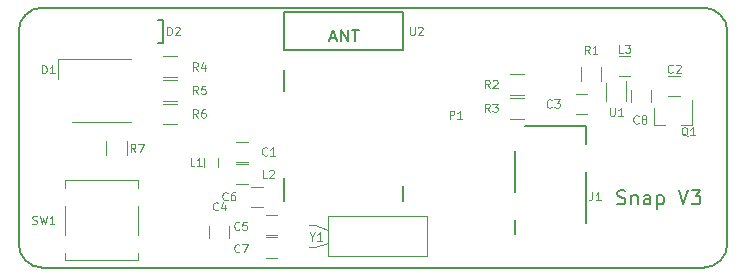
<source format=gto>
%TF.GenerationSoftware,KiCad,Pcbnew,no-vcs-found-cd21218~61~ubuntu16.04.1*%
%TF.CreationDate,2017-11-10T15:22:47+05:30*%
%TF.ProjectId,snap_rev3,736E61705F726576332E6B696361645F,rev?*%
%TF.SameCoordinates,Original*%
%TF.FileFunction,Legend,Top*%
%TF.FilePolarity,Positive*%
%FSLAX46Y46*%
G04 Gerber Fmt 4.6, Leading zero omitted, Abs format (unit mm)*
G04 Created by KiCad (PCBNEW no-vcs-found-cd21218~61~ubuntu16.04.1) date Fri Nov 10 15:22:47 2017*
%MOMM*%
%LPD*%
G01*
G04 APERTURE LIST*
%ADD10C,0.200000*%
%ADD11C,0.150000*%
%ADD12C,0.120000*%
%ADD13C,0.100000*%
G04 APERTURE END LIST*
D10*
X100685714Y-104585714D02*
X100857142Y-104642857D01*
X101142857Y-104642857D01*
X101257142Y-104585714D01*
X101314285Y-104528571D01*
X101371428Y-104414285D01*
X101371428Y-104300000D01*
X101314285Y-104185714D01*
X101257142Y-104128571D01*
X101142857Y-104071428D01*
X100914285Y-104014285D01*
X100800000Y-103957142D01*
X100742857Y-103900000D01*
X100685714Y-103785714D01*
X100685714Y-103671428D01*
X100742857Y-103557142D01*
X100800000Y-103500000D01*
X100914285Y-103442857D01*
X101200000Y-103442857D01*
X101371428Y-103500000D01*
X101885714Y-103842857D02*
X101885714Y-104642857D01*
X101885714Y-103957142D02*
X101942857Y-103900000D01*
X102057142Y-103842857D01*
X102228571Y-103842857D01*
X102342857Y-103900000D01*
X102400000Y-104014285D01*
X102400000Y-104642857D01*
X103485714Y-104642857D02*
X103485714Y-104014285D01*
X103428571Y-103900000D01*
X103314285Y-103842857D01*
X103085714Y-103842857D01*
X102971428Y-103900000D01*
X103485714Y-104585714D02*
X103371428Y-104642857D01*
X103085714Y-104642857D01*
X102971428Y-104585714D01*
X102914285Y-104471428D01*
X102914285Y-104357142D01*
X102971428Y-104242857D01*
X103085714Y-104185714D01*
X103371428Y-104185714D01*
X103485714Y-104128571D01*
X104057142Y-103842857D02*
X104057142Y-105042857D01*
X104057142Y-103900000D02*
X104171428Y-103842857D01*
X104400000Y-103842857D01*
X104514285Y-103900000D01*
X104571428Y-103957142D01*
X104628571Y-104071428D01*
X104628571Y-104414285D01*
X104571428Y-104528571D01*
X104514285Y-104585714D01*
X104400000Y-104642857D01*
X104171428Y-104642857D01*
X104057142Y-104585714D01*
X105885714Y-103442857D02*
X106285714Y-104642857D01*
X106685714Y-103442857D01*
X106971428Y-103442857D02*
X107714285Y-103442857D01*
X107314285Y-103900000D01*
X107485714Y-103900000D01*
X107600000Y-103957142D01*
X107657142Y-104014285D01*
X107714285Y-104128571D01*
X107714285Y-104414285D01*
X107657142Y-104528571D01*
X107600000Y-104585714D01*
X107485714Y-104642857D01*
X107142857Y-104642857D01*
X107028571Y-104585714D01*
X106971428Y-104528571D01*
D11*
X108000000Y-88000000D02*
G75*
G02X110000000Y-90000000I0J-2000000D01*
G01*
X52000000Y-110000000D02*
G75*
G02X50000000Y-108000000I0J2000000D01*
G01*
X50000000Y-90000000D02*
G75*
G02X52000000Y-88000000I2000000J0D01*
G01*
X110000000Y-108000000D02*
G75*
G02X108000000Y-110000000I-2000000J0D01*
G01*
X50000000Y-108000000D02*
X50000000Y-90000000D01*
X108000000Y-110000000D02*
X52000000Y-110000000D01*
X110000000Y-90000000D02*
X110000000Y-108000000D01*
X108000000Y-88000000D02*
X52000000Y-88000000D01*
D12*
%TO.C,Y1*%
X75050000Y-106400000D02*
X74600000Y-106400000D01*
X76200000Y-106805000D02*
X75050000Y-106400000D01*
X75050000Y-108300000D02*
X74600000Y-108300000D01*
X76200000Y-107895000D02*
X75050000Y-108300000D01*
X76200000Y-105650000D02*
X76200000Y-109050000D01*
X84600000Y-105650000D02*
X76200000Y-105650000D01*
X84600000Y-109050000D02*
X84600000Y-105650000D01*
X76200000Y-109050000D02*
X84600000Y-109050000D01*
%TO.C,C5*%
X71900000Y-105550000D02*
X70900000Y-105550000D01*
X70900000Y-107250000D02*
X71900000Y-107250000D01*
%TO.C,C7*%
X70900000Y-109150000D02*
X71900000Y-109150000D01*
X71900000Y-107450000D02*
X70900000Y-107450000D01*
D11*
%TO.C,D2*%
X61900000Y-89000000D02*
X61800000Y-89000000D01*
X62200000Y-89000000D02*
X61900000Y-89000000D01*
X62200000Y-89100000D02*
X62200000Y-89000000D01*
X62200000Y-91000000D02*
X62200000Y-89100000D01*
X61800000Y-91000000D02*
X62200000Y-91000000D01*
D12*
%TO.C,SW1*%
X53900000Y-103250000D02*
X53900000Y-102600000D01*
X53900000Y-102600000D02*
X60100000Y-102600000D01*
X60100000Y-102600000D02*
X60100000Y-103250000D01*
X53900000Y-108750000D02*
X53900000Y-109400000D01*
X53900000Y-109400000D02*
X60100000Y-109400000D01*
X60100000Y-109400000D02*
X60100000Y-108750000D01*
X53900000Y-107250000D02*
X53900000Y-104750000D01*
X60100000Y-107250000D02*
X60100000Y-104750000D01*
%TO.C,D1*%
X53300000Y-92300000D02*
X59500000Y-92300000D01*
X53300000Y-94000000D02*
X53300000Y-92300000D01*
X59500000Y-97700000D02*
X54500000Y-97700000D01*
%TO.C,R5*%
X63400000Y-95880000D02*
X62200000Y-95880000D01*
X62200000Y-94120000D02*
X63400000Y-94120000D01*
D11*
%TO.C,U2*%
X82500000Y-91600000D02*
X72500000Y-91600000D01*
X72500000Y-88350000D02*
X82500000Y-88350000D01*
X72496200Y-95030600D02*
X72496200Y-93278000D01*
X72496200Y-88350400D02*
X72496200Y-91601600D01*
X72496200Y-104327000D02*
X72496200Y-102396600D01*
X82503800Y-104352400D02*
X82503800Y-103082400D01*
X82503800Y-88350400D02*
X82503800Y-91601600D01*
D12*
%TO.C,U1*%
X101450000Y-94205000D02*
X101450000Y-95905000D01*
X99750000Y-94355000D02*
X99750000Y-95905000D01*
%TO.C,R7*%
X57420000Y-100500000D02*
X57420000Y-99300000D01*
X59180000Y-99300000D02*
X59180000Y-100500000D01*
%TO.C,R6*%
X63400000Y-97880000D02*
X62200000Y-97880000D01*
X62200000Y-96120000D02*
X63400000Y-96120000D01*
%TO.C,R4*%
X63400000Y-93880000D02*
X62200000Y-93880000D01*
X62200000Y-92120000D02*
X63400000Y-92120000D01*
%TO.C,R3*%
X92800000Y-97380000D02*
X91600000Y-97380000D01*
X91600000Y-95620000D02*
X92800000Y-95620000D01*
%TO.C,R2*%
X92800000Y-95380000D02*
X91600000Y-95380000D01*
X91600000Y-93620000D02*
X92800000Y-93620000D01*
%TO.C,R1*%
X99330000Y-93000000D02*
X99330000Y-94200000D01*
X97570000Y-94200000D02*
X97570000Y-93000000D01*
%TO.C,Q1*%
X103820000Y-97960000D02*
X104750000Y-97960000D01*
X106980000Y-97960000D02*
X106050000Y-97960000D01*
X106980000Y-97960000D02*
X106980000Y-95800000D01*
X103820000Y-97960000D02*
X103820000Y-96500000D01*
%TO.C,L3*%
X100800000Y-93750000D02*
X101800000Y-93750000D01*
X101800000Y-92050000D02*
X100800000Y-92050000D01*
%TO.C,L2*%
X69400000Y-101250000D02*
X68400000Y-101250000D01*
X68400000Y-102950000D02*
X69400000Y-102950000D01*
%TO.C,L1*%
X65700000Y-101450000D02*
X65700000Y-100750000D01*
X66900000Y-100750000D02*
X66900000Y-101450000D01*
%TO.C,C8*%
X103550000Y-96000000D02*
X103550000Y-95000000D01*
X101850000Y-95000000D02*
X101850000Y-96000000D01*
%TO.C,C6*%
X69700000Y-104850000D02*
X70700000Y-104850000D01*
X70700000Y-103150000D02*
X69700000Y-103150000D01*
%TO.C,C4*%
X67850000Y-107500000D02*
X67850000Y-106500000D01*
X66150000Y-106500000D02*
X66150000Y-107500000D01*
%TO.C,C3*%
X97150000Y-97000000D02*
X98150000Y-97000000D01*
X98150000Y-95300000D02*
X97150000Y-95300000D01*
%TO.C,C2*%
X106000000Y-93750000D02*
X105000000Y-93750000D01*
X105000000Y-95450000D02*
X106000000Y-95450000D01*
%TO.C,C1*%
X68400000Y-101050000D02*
X69400000Y-101050000D01*
X69400000Y-99350000D02*
X68400000Y-99350000D01*
D11*
%TO.C,J1*%
X92000000Y-107200000D02*
X92000000Y-106000000D01*
X92000000Y-103600000D02*
X92000000Y-100100000D01*
X98000000Y-106200000D02*
X98000000Y-101900000D01*
X98000000Y-98000000D02*
X92900000Y-98000000D01*
X98000000Y-99500000D02*
X98000000Y-98000000D01*
%TD*%
%TO.C,P1*%
D13*
X86483333Y-97416666D02*
X86483333Y-96716666D01*
X86750000Y-96716666D01*
X86816666Y-96750000D01*
X86850000Y-96783333D01*
X86883333Y-96850000D01*
X86883333Y-96950000D01*
X86850000Y-97016666D01*
X86816666Y-97050000D01*
X86750000Y-97083333D01*
X86483333Y-97083333D01*
X87550000Y-97416666D02*
X87150000Y-97416666D01*
X87350000Y-97416666D02*
X87350000Y-96716666D01*
X87283333Y-96816666D01*
X87216666Y-96883333D01*
X87150000Y-96916666D01*
%TO.C,Y1*%
X74866666Y-107383333D02*
X74866666Y-107716666D01*
X74633333Y-107016666D02*
X74866666Y-107383333D01*
X75100000Y-107016666D01*
X75700000Y-107716666D02*
X75300000Y-107716666D01*
X75500000Y-107716666D02*
X75500000Y-107016666D01*
X75433333Y-107116666D01*
X75366666Y-107183333D01*
X75300000Y-107216666D01*
%TO.C,C5*%
X68683333Y-106750000D02*
X68650000Y-106783333D01*
X68550000Y-106816666D01*
X68483333Y-106816666D01*
X68383333Y-106783333D01*
X68316666Y-106716666D01*
X68283333Y-106650000D01*
X68250000Y-106516666D01*
X68250000Y-106416666D01*
X68283333Y-106283333D01*
X68316666Y-106216666D01*
X68383333Y-106150000D01*
X68483333Y-106116666D01*
X68550000Y-106116666D01*
X68650000Y-106150000D01*
X68683333Y-106183333D01*
X69316666Y-106116666D02*
X68983333Y-106116666D01*
X68950000Y-106450000D01*
X68983333Y-106416666D01*
X69050000Y-106383333D01*
X69216666Y-106383333D01*
X69283333Y-106416666D01*
X69316666Y-106450000D01*
X69350000Y-106516666D01*
X69350000Y-106683333D01*
X69316666Y-106750000D01*
X69283333Y-106783333D01*
X69216666Y-106816666D01*
X69050000Y-106816666D01*
X68983333Y-106783333D01*
X68950000Y-106750000D01*
%TO.C,C7*%
X68683333Y-108650000D02*
X68650000Y-108683333D01*
X68550000Y-108716666D01*
X68483333Y-108716666D01*
X68383333Y-108683333D01*
X68316666Y-108616666D01*
X68283333Y-108550000D01*
X68250000Y-108416666D01*
X68250000Y-108316666D01*
X68283333Y-108183333D01*
X68316666Y-108116666D01*
X68383333Y-108050000D01*
X68483333Y-108016666D01*
X68550000Y-108016666D01*
X68650000Y-108050000D01*
X68683333Y-108083333D01*
X68916666Y-108016666D02*
X69383333Y-108016666D01*
X69083333Y-108716666D01*
%TO.C,D2*%
X62583333Y-90316666D02*
X62583333Y-89616666D01*
X62750000Y-89616666D01*
X62850000Y-89650000D01*
X62916666Y-89716666D01*
X62950000Y-89783333D01*
X62983333Y-89916666D01*
X62983333Y-90016666D01*
X62950000Y-90150000D01*
X62916666Y-90216666D01*
X62850000Y-90283333D01*
X62750000Y-90316666D01*
X62583333Y-90316666D01*
X63250000Y-89683333D02*
X63283333Y-89650000D01*
X63350000Y-89616666D01*
X63516666Y-89616666D01*
X63583333Y-89650000D01*
X63616666Y-89683333D01*
X63650000Y-89750000D01*
X63650000Y-89816666D01*
X63616666Y-89916666D01*
X63216666Y-90316666D01*
X63650000Y-90316666D01*
%TO.C,SW1*%
X51166666Y-106283333D02*
X51266666Y-106316666D01*
X51433333Y-106316666D01*
X51500000Y-106283333D01*
X51533333Y-106250000D01*
X51566666Y-106183333D01*
X51566666Y-106116666D01*
X51533333Y-106050000D01*
X51500000Y-106016666D01*
X51433333Y-105983333D01*
X51300000Y-105950000D01*
X51233333Y-105916666D01*
X51200000Y-105883333D01*
X51166666Y-105816666D01*
X51166666Y-105750000D01*
X51200000Y-105683333D01*
X51233333Y-105650000D01*
X51300000Y-105616666D01*
X51466666Y-105616666D01*
X51566666Y-105650000D01*
X51800000Y-105616666D02*
X51966666Y-106316666D01*
X52100000Y-105816666D01*
X52233333Y-106316666D01*
X52400000Y-105616666D01*
X53033333Y-106316666D02*
X52633333Y-106316666D01*
X52833333Y-106316666D02*
X52833333Y-105616666D01*
X52766666Y-105716666D01*
X52700000Y-105783333D01*
X52633333Y-105816666D01*
%TO.C,D1*%
X51983333Y-93566666D02*
X51983333Y-92866666D01*
X52150000Y-92866666D01*
X52250000Y-92900000D01*
X52316666Y-92966666D01*
X52350000Y-93033333D01*
X52383333Y-93166666D01*
X52383333Y-93266666D01*
X52350000Y-93400000D01*
X52316666Y-93466666D01*
X52250000Y-93533333D01*
X52150000Y-93566666D01*
X51983333Y-93566666D01*
X53050000Y-93566666D02*
X52650000Y-93566666D01*
X52850000Y-93566666D02*
X52850000Y-92866666D01*
X52783333Y-92966666D01*
X52716666Y-93033333D01*
X52650000Y-93066666D01*
%TO.C,R5*%
X65183333Y-95316666D02*
X64950000Y-94983333D01*
X64783333Y-95316666D02*
X64783333Y-94616666D01*
X65050000Y-94616666D01*
X65116666Y-94650000D01*
X65150000Y-94683333D01*
X65183333Y-94750000D01*
X65183333Y-94850000D01*
X65150000Y-94916666D01*
X65116666Y-94950000D01*
X65050000Y-94983333D01*
X64783333Y-94983333D01*
X65816666Y-94616666D02*
X65483333Y-94616666D01*
X65450000Y-94950000D01*
X65483333Y-94916666D01*
X65550000Y-94883333D01*
X65716666Y-94883333D01*
X65783333Y-94916666D01*
X65816666Y-94950000D01*
X65850000Y-95016666D01*
X65850000Y-95183333D01*
X65816666Y-95250000D01*
X65783333Y-95283333D01*
X65716666Y-95316666D01*
X65550000Y-95316666D01*
X65483333Y-95283333D01*
X65450000Y-95250000D01*
%TO.C,U2*%
X83116666Y-89616666D02*
X83116666Y-90183333D01*
X83150000Y-90250000D01*
X83183333Y-90283333D01*
X83250000Y-90316666D01*
X83383333Y-90316666D01*
X83450000Y-90283333D01*
X83483333Y-90250000D01*
X83516666Y-90183333D01*
X83516666Y-89616666D01*
X83816666Y-89683333D02*
X83850000Y-89650000D01*
X83916666Y-89616666D01*
X84083333Y-89616666D01*
X84150000Y-89650000D01*
X84183333Y-89683333D01*
X84216666Y-89750000D01*
X84216666Y-89816666D01*
X84183333Y-89916666D01*
X83783333Y-90316666D01*
X84216666Y-90316666D01*
D11*
X76407142Y-90566666D02*
X76883333Y-90566666D01*
X76311904Y-90852380D02*
X76645238Y-89852380D01*
X76978571Y-90852380D01*
X77311904Y-90852380D02*
X77311904Y-89852380D01*
X77883333Y-90852380D01*
X77883333Y-89852380D01*
X78216666Y-89852380D02*
X78788095Y-89852380D01*
X78502380Y-90852380D02*
X78502380Y-89852380D01*
%TO.C,U1*%
D13*
X100066666Y-96466666D02*
X100066666Y-97033333D01*
X100100000Y-97100000D01*
X100133333Y-97133333D01*
X100200000Y-97166666D01*
X100333333Y-97166666D01*
X100400000Y-97133333D01*
X100433333Y-97100000D01*
X100466666Y-97033333D01*
X100466666Y-96466666D01*
X101166666Y-97166666D02*
X100766666Y-97166666D01*
X100966666Y-97166666D02*
X100966666Y-96466666D01*
X100900000Y-96566666D01*
X100833333Y-96633333D01*
X100766666Y-96666666D01*
%TO.C,R7*%
X59883333Y-100216666D02*
X59650000Y-99883333D01*
X59483333Y-100216666D02*
X59483333Y-99516666D01*
X59750000Y-99516666D01*
X59816666Y-99550000D01*
X59850000Y-99583333D01*
X59883333Y-99650000D01*
X59883333Y-99750000D01*
X59850000Y-99816666D01*
X59816666Y-99850000D01*
X59750000Y-99883333D01*
X59483333Y-99883333D01*
X60116666Y-99516666D02*
X60583333Y-99516666D01*
X60283333Y-100216666D01*
%TO.C,R6*%
X65183333Y-97316666D02*
X64950000Y-96983333D01*
X64783333Y-97316666D02*
X64783333Y-96616666D01*
X65050000Y-96616666D01*
X65116666Y-96650000D01*
X65150000Y-96683333D01*
X65183333Y-96750000D01*
X65183333Y-96850000D01*
X65150000Y-96916666D01*
X65116666Y-96950000D01*
X65050000Y-96983333D01*
X64783333Y-96983333D01*
X65783333Y-96616666D02*
X65650000Y-96616666D01*
X65583333Y-96650000D01*
X65550000Y-96683333D01*
X65483333Y-96783333D01*
X65450000Y-96916666D01*
X65450000Y-97183333D01*
X65483333Y-97250000D01*
X65516666Y-97283333D01*
X65583333Y-97316666D01*
X65716666Y-97316666D01*
X65783333Y-97283333D01*
X65816666Y-97250000D01*
X65850000Y-97183333D01*
X65850000Y-97016666D01*
X65816666Y-96950000D01*
X65783333Y-96916666D01*
X65716666Y-96883333D01*
X65583333Y-96883333D01*
X65516666Y-96916666D01*
X65483333Y-96950000D01*
X65450000Y-97016666D01*
%TO.C,R4*%
X65183333Y-93316666D02*
X64950000Y-92983333D01*
X64783333Y-93316666D02*
X64783333Y-92616666D01*
X65050000Y-92616666D01*
X65116666Y-92650000D01*
X65150000Y-92683333D01*
X65183333Y-92750000D01*
X65183333Y-92850000D01*
X65150000Y-92916666D01*
X65116666Y-92950000D01*
X65050000Y-92983333D01*
X64783333Y-92983333D01*
X65783333Y-92850000D02*
X65783333Y-93316666D01*
X65616666Y-92583333D02*
X65450000Y-93083333D01*
X65883333Y-93083333D01*
%TO.C,R3*%
X89883333Y-96816666D02*
X89650000Y-96483333D01*
X89483333Y-96816666D02*
X89483333Y-96116666D01*
X89750000Y-96116666D01*
X89816666Y-96150000D01*
X89850000Y-96183333D01*
X89883333Y-96250000D01*
X89883333Y-96350000D01*
X89850000Y-96416666D01*
X89816666Y-96450000D01*
X89750000Y-96483333D01*
X89483333Y-96483333D01*
X90116666Y-96116666D02*
X90550000Y-96116666D01*
X90316666Y-96383333D01*
X90416666Y-96383333D01*
X90483333Y-96416666D01*
X90516666Y-96450000D01*
X90550000Y-96516666D01*
X90550000Y-96683333D01*
X90516666Y-96750000D01*
X90483333Y-96783333D01*
X90416666Y-96816666D01*
X90216666Y-96816666D01*
X90150000Y-96783333D01*
X90116666Y-96750000D01*
%TO.C,R2*%
X89883333Y-94816666D02*
X89650000Y-94483333D01*
X89483333Y-94816666D02*
X89483333Y-94116666D01*
X89750000Y-94116666D01*
X89816666Y-94150000D01*
X89850000Y-94183333D01*
X89883333Y-94250000D01*
X89883333Y-94350000D01*
X89850000Y-94416666D01*
X89816666Y-94450000D01*
X89750000Y-94483333D01*
X89483333Y-94483333D01*
X90150000Y-94183333D02*
X90183333Y-94150000D01*
X90250000Y-94116666D01*
X90416666Y-94116666D01*
X90483333Y-94150000D01*
X90516666Y-94183333D01*
X90550000Y-94250000D01*
X90550000Y-94316666D01*
X90516666Y-94416666D01*
X90116666Y-94816666D01*
X90550000Y-94816666D01*
%TO.C,R1*%
X98333333Y-91916666D02*
X98100000Y-91583333D01*
X97933333Y-91916666D02*
X97933333Y-91216666D01*
X98200000Y-91216666D01*
X98266666Y-91250000D01*
X98300000Y-91283333D01*
X98333333Y-91350000D01*
X98333333Y-91450000D01*
X98300000Y-91516666D01*
X98266666Y-91550000D01*
X98200000Y-91583333D01*
X97933333Y-91583333D01*
X99000000Y-91916666D02*
X98600000Y-91916666D01*
X98800000Y-91916666D02*
X98800000Y-91216666D01*
X98733333Y-91316666D01*
X98666666Y-91383333D01*
X98600000Y-91416666D01*
%TO.C,Q1*%
X106633333Y-98883333D02*
X106566666Y-98850000D01*
X106500000Y-98783333D01*
X106400000Y-98683333D01*
X106333333Y-98650000D01*
X106266666Y-98650000D01*
X106300000Y-98816666D02*
X106233333Y-98783333D01*
X106166666Y-98716666D01*
X106133333Y-98583333D01*
X106133333Y-98350000D01*
X106166666Y-98216666D01*
X106233333Y-98150000D01*
X106300000Y-98116666D01*
X106433333Y-98116666D01*
X106500000Y-98150000D01*
X106566666Y-98216666D01*
X106600000Y-98350000D01*
X106600000Y-98583333D01*
X106566666Y-98716666D01*
X106500000Y-98783333D01*
X106433333Y-98816666D01*
X106300000Y-98816666D01*
X107266666Y-98816666D02*
X106866666Y-98816666D01*
X107066666Y-98816666D02*
X107066666Y-98116666D01*
X107000000Y-98216666D01*
X106933333Y-98283333D01*
X106866666Y-98316666D01*
%TO.C,L3*%
X101183333Y-91816666D02*
X100850000Y-91816666D01*
X100850000Y-91116666D01*
X101350000Y-91116666D02*
X101783333Y-91116666D01*
X101550000Y-91383333D01*
X101650000Y-91383333D01*
X101716666Y-91416666D01*
X101750000Y-91450000D01*
X101783333Y-91516666D01*
X101783333Y-91683333D01*
X101750000Y-91750000D01*
X101716666Y-91783333D01*
X101650000Y-91816666D01*
X101450000Y-91816666D01*
X101383333Y-91783333D01*
X101350000Y-91750000D01*
%TO.C,L2*%
X71033333Y-102416666D02*
X70700000Y-102416666D01*
X70700000Y-101716666D01*
X71233333Y-101783333D02*
X71266666Y-101750000D01*
X71333333Y-101716666D01*
X71500000Y-101716666D01*
X71566666Y-101750000D01*
X71600000Y-101783333D01*
X71633333Y-101850000D01*
X71633333Y-101916666D01*
X71600000Y-102016666D01*
X71200000Y-102416666D01*
X71633333Y-102416666D01*
%TO.C,L1*%
X64883333Y-101416666D02*
X64550000Y-101416666D01*
X64550000Y-100716666D01*
X65483333Y-101416666D02*
X65083333Y-101416666D01*
X65283333Y-101416666D02*
X65283333Y-100716666D01*
X65216666Y-100816666D01*
X65150000Y-100883333D01*
X65083333Y-100916666D01*
%TO.C,C8*%
X102483333Y-97750000D02*
X102450000Y-97783333D01*
X102350000Y-97816666D01*
X102283333Y-97816666D01*
X102183333Y-97783333D01*
X102116666Y-97716666D01*
X102083333Y-97650000D01*
X102050000Y-97516666D01*
X102050000Y-97416666D01*
X102083333Y-97283333D01*
X102116666Y-97216666D01*
X102183333Y-97150000D01*
X102283333Y-97116666D01*
X102350000Y-97116666D01*
X102450000Y-97150000D01*
X102483333Y-97183333D01*
X102883333Y-97416666D02*
X102816666Y-97383333D01*
X102783333Y-97350000D01*
X102750000Y-97283333D01*
X102750000Y-97250000D01*
X102783333Y-97183333D01*
X102816666Y-97150000D01*
X102883333Y-97116666D01*
X103016666Y-97116666D01*
X103083333Y-97150000D01*
X103116666Y-97183333D01*
X103150000Y-97250000D01*
X103150000Y-97283333D01*
X103116666Y-97350000D01*
X103083333Y-97383333D01*
X103016666Y-97416666D01*
X102883333Y-97416666D01*
X102816666Y-97450000D01*
X102783333Y-97483333D01*
X102750000Y-97550000D01*
X102750000Y-97683333D01*
X102783333Y-97750000D01*
X102816666Y-97783333D01*
X102883333Y-97816666D01*
X103016666Y-97816666D01*
X103083333Y-97783333D01*
X103116666Y-97750000D01*
X103150000Y-97683333D01*
X103150000Y-97550000D01*
X103116666Y-97483333D01*
X103083333Y-97450000D01*
X103016666Y-97416666D01*
%TO.C,C6*%
X67683333Y-104250000D02*
X67650000Y-104283333D01*
X67550000Y-104316666D01*
X67483333Y-104316666D01*
X67383333Y-104283333D01*
X67316666Y-104216666D01*
X67283333Y-104150000D01*
X67250000Y-104016666D01*
X67250000Y-103916666D01*
X67283333Y-103783333D01*
X67316666Y-103716666D01*
X67383333Y-103650000D01*
X67483333Y-103616666D01*
X67550000Y-103616666D01*
X67650000Y-103650000D01*
X67683333Y-103683333D01*
X68283333Y-103616666D02*
X68150000Y-103616666D01*
X68083333Y-103650000D01*
X68050000Y-103683333D01*
X67983333Y-103783333D01*
X67950000Y-103916666D01*
X67950000Y-104183333D01*
X67983333Y-104250000D01*
X68016666Y-104283333D01*
X68083333Y-104316666D01*
X68216666Y-104316666D01*
X68283333Y-104283333D01*
X68316666Y-104250000D01*
X68350000Y-104183333D01*
X68350000Y-104016666D01*
X68316666Y-103950000D01*
X68283333Y-103916666D01*
X68216666Y-103883333D01*
X68083333Y-103883333D01*
X68016666Y-103916666D01*
X67983333Y-103950000D01*
X67950000Y-104016666D01*
%TO.C,C4*%
X66883333Y-105100000D02*
X66850000Y-105133333D01*
X66750000Y-105166666D01*
X66683333Y-105166666D01*
X66583333Y-105133333D01*
X66516666Y-105066666D01*
X66483333Y-105000000D01*
X66450000Y-104866666D01*
X66450000Y-104766666D01*
X66483333Y-104633333D01*
X66516666Y-104566666D01*
X66583333Y-104500000D01*
X66683333Y-104466666D01*
X66750000Y-104466666D01*
X66850000Y-104500000D01*
X66883333Y-104533333D01*
X67483333Y-104700000D02*
X67483333Y-105166666D01*
X67316666Y-104433333D02*
X67150000Y-104933333D01*
X67583333Y-104933333D01*
%TO.C,C3*%
X95133333Y-96400000D02*
X95100000Y-96433333D01*
X95000000Y-96466666D01*
X94933333Y-96466666D01*
X94833333Y-96433333D01*
X94766666Y-96366666D01*
X94733333Y-96300000D01*
X94700000Y-96166666D01*
X94700000Y-96066666D01*
X94733333Y-95933333D01*
X94766666Y-95866666D01*
X94833333Y-95800000D01*
X94933333Y-95766666D01*
X95000000Y-95766666D01*
X95100000Y-95800000D01*
X95133333Y-95833333D01*
X95366666Y-95766666D02*
X95800000Y-95766666D01*
X95566666Y-96033333D01*
X95666666Y-96033333D01*
X95733333Y-96066666D01*
X95766666Y-96100000D01*
X95800000Y-96166666D01*
X95800000Y-96333333D01*
X95766666Y-96400000D01*
X95733333Y-96433333D01*
X95666666Y-96466666D01*
X95466666Y-96466666D01*
X95400000Y-96433333D01*
X95366666Y-96400000D01*
%TO.C,C2*%
X105383333Y-93450000D02*
X105350000Y-93483333D01*
X105250000Y-93516666D01*
X105183333Y-93516666D01*
X105083333Y-93483333D01*
X105016666Y-93416666D01*
X104983333Y-93350000D01*
X104950000Y-93216666D01*
X104950000Y-93116666D01*
X104983333Y-92983333D01*
X105016666Y-92916666D01*
X105083333Y-92850000D01*
X105183333Y-92816666D01*
X105250000Y-92816666D01*
X105350000Y-92850000D01*
X105383333Y-92883333D01*
X105650000Y-92883333D02*
X105683333Y-92850000D01*
X105750000Y-92816666D01*
X105916666Y-92816666D01*
X105983333Y-92850000D01*
X106016666Y-92883333D01*
X106050000Y-92950000D01*
X106050000Y-93016666D01*
X106016666Y-93116666D01*
X105616666Y-93516666D01*
X106050000Y-93516666D01*
%TO.C,C1*%
X71033333Y-100450000D02*
X71000000Y-100483333D01*
X70900000Y-100516666D01*
X70833333Y-100516666D01*
X70733333Y-100483333D01*
X70666666Y-100416666D01*
X70633333Y-100350000D01*
X70600000Y-100216666D01*
X70600000Y-100116666D01*
X70633333Y-99983333D01*
X70666666Y-99916666D01*
X70733333Y-99850000D01*
X70833333Y-99816666D01*
X70900000Y-99816666D01*
X71000000Y-99850000D01*
X71033333Y-99883333D01*
X71700000Y-100516666D02*
X71300000Y-100516666D01*
X71500000Y-100516666D02*
X71500000Y-99816666D01*
X71433333Y-99916666D01*
X71366666Y-99983333D01*
X71300000Y-100016666D01*
%TO.C,J1*%
X98566666Y-103616666D02*
X98566666Y-104116666D01*
X98533333Y-104216666D01*
X98466666Y-104283333D01*
X98366666Y-104316666D01*
X98300000Y-104316666D01*
X99266666Y-104316666D02*
X98866666Y-104316666D01*
X99066666Y-104316666D02*
X99066666Y-103616666D01*
X99000000Y-103716666D01*
X98933333Y-103783333D01*
X98866666Y-103816666D01*
%TD*%
M02*

</source>
